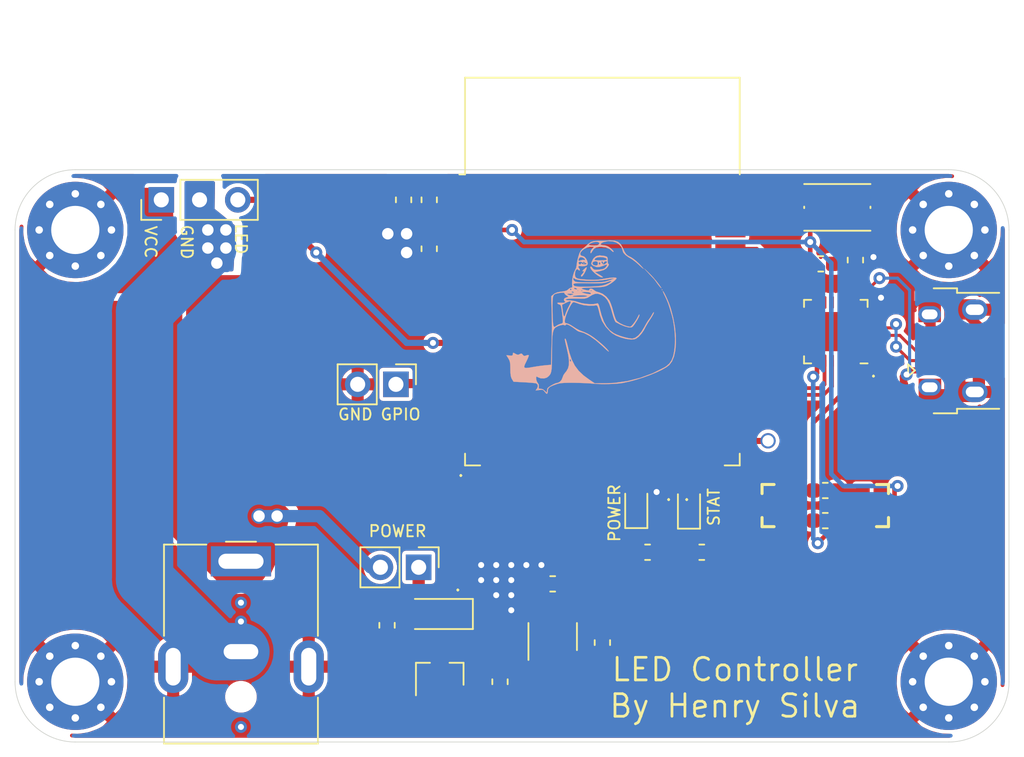
<source format=kicad_pcb>
(kicad_pcb (version 20171130) (host pcbnew "(5.1.6)-1")
  (layers (0 F.Cu mixed) (31 B.Cu mixed) (34 B.Paste user) (35 F.Paste user) (36 B.SilkS user) (37 F.SilkS user) (38 B.Mask user) (39 F.Mask user) (44 Edge.Cuts user))
  (net 0 "")
  (net 1 GND)
  (net 2 +5V)
  (net 3 +3V3)
  (net 4 RESET)
  (net 5 VCC)
  (net 6 "Net-(J1-Pad4)")
  (net 7 D+)
  (net 8 VBUS)
  (net 9 D-)
  (net 10 LED_PIN)
  (net 11 DIAL_PIN)
  (net 12 BUTTON)
  (net 13 GPIO)
  (net 14 BOOT)
  (net 15 DTR)
  (net 16 "Net-(Q2-Pad1)")
  (net 17 "Net-(Q3-Pad1)")
  (net 18 RTS)
  (net 19 "Net-(R2-Pad2)")
  (net 20 "Net-(D2-Pad1)")
  (net 21 "Net-(D3-Pad1)")
  (net 22 "Net-(U1-Pad4)")
  (net 23 "Net-(U2-Pad4)")
  (net 24 "Net-(U2-Pad5)")
  (net 25 "Net-(U2-Pad6)")
  (net 26 "Net-(U2-Pad7)")
  (net 27 "Net-(U2-Pad12)")
  (net 28 "Net-(U2-Pad13)")
  (net 29 "Net-(U2-Pad14)")
  (net 30 "Net-(U2-Pad16)")
  (net 31 "Net-(U2-Pad17)")
  (net 32 "Net-(U2-Pad18)")
  (net 33 "Net-(U2-Pad19)")
  (net 34 "Net-(U2-Pad20)")
  (net 35 "Net-(U2-Pad21)")
  (net 36 "Net-(U2-Pad22)")
  (net 37 "Net-(U2-Pad23)")
  (net 38 STAT)
  (net 39 "Net-(U2-Pad26)")
  (net 40 "Net-(U2-Pad27)")
  (net 41 "Net-(U2-Pad28)")
  (net 42 "Net-(U2-Pad29)")
  (net 43 "Net-(U2-Pad30)")
  (net 44 "Net-(U2-Pad31)")
  (net 45 "Net-(U2-Pad32)")
  (net 46 "Net-(U2-Pad33)")
  (net 47 RXD0)
  (net 48 TXD0)
  (net 49 "Net-(U2-Pad36)")
  (net 50 "Net-(U2-Pad37)")
  (net 51 "Net-(U3-Pad1)")
  (net 52 "Net-(U3-Pad9)")
  (net 53 "Net-(U3-Pad10)")
  (net 54 "Net-(U3-Pad11)")
  (net 55 "Net-(U3-Pad12)")
  (net 56 "Net-(U3-Pad13)")
  (net 57 "Net-(U3-Pad14)")
  (net 58 "Net-(U3-Pad15)")
  (net 59 "Net-(U3-Pad16)")
  (net 60 "Net-(U3-Pad17)")
  (net 61 "Net-(U3-Pad18)")
  (net 62 "Net-(U3-Pad22)")
  (net 63 "Net-(U3-Pad24)")
  (net 64 "Net-(D1-Pad2)")
  (module logos:groyper (layer B.Cu) (at 112.25 51.75 180)
    (fp_text reference G*** hide)
    (fp_text value LOGO hide)
  )
  (module Connector_PinHeader_2.54mm:PinHeader_1x02_P2.54mm_Vertical (layer F.Cu) (at 100.8 68.4 270)
    (fp_text reference J7)
    (fp_text value Conn_01x02)
    (pad 2 thru_hole oval (at 0 2.54 270) (size 1.7 1.7) (drill 1) (layers *.Cu *.Mask) (net 5 VCC))
    (pad 1 thru_hole rect (at 0 0 270) (size 1.7 1.7) (drill 1) (layers *.Cu *.Mask) (net 64 "Net-(D1-Pad2)"))
  )
  (module Package_TO_SOT_SMD:SOT-23-5 (layer F.Cu) (at 109.7 73 90)
    (fp_text reference U1)
    (fp_text value AP2112K-3.3)
    (pad 1 smd rect (at -1.1 -0.95 90) (size 1.06 0.65) (layers F.Cu F.Paste F.Mask) (net 2 +5V))
    (pad 2 smd rect (at -1.1 0 90) (size 1.06 0.65) (layers F.Cu F.Paste F.Mask) (net 1 GND))
    (pad 3 smd rect (at -1.1 0.95 90) (size 1.06 0.65) (layers F.Cu F.Paste F.Mask) (net 19 "Net-(R2-Pad2)"))
    (pad 4 smd rect (at 1.1 0.95 90) (size 1.06 0.65) (layers F.Cu F.Paste F.Mask) (net 22 "Net-(U1-Pad4)"))
    (pad 5 smd rect (at 1.1 -0.95 90) (size 1.06 0.65) (layers F.Cu F.Paste F.Mask) (net 3 +3V3))
  )
  (module Capacitor_SMD:C_0603_1608Metric (layer F.Cu) (at 106.2 76 270)
    (fp_text reference C1)
    (fp_text value 10uF)
    (pad 2 smd roundrect (at 0.7875 0 270) (size 0.875 0.95) (layers F.Cu F.Paste F.Mask) (net 1 GND))
    (pad 1 smd roundrect (at -0.7875 0 270) (size 0.875 0.95) (layers F.Cu F.Paste F.Mask) (net 2 +5V))
  )
  (module Capacitor_SMD:C_0603_1608Metric (layer F.Cu) (at 109.7 69.5)
    (fp_text reference C2)
    (fp_text value 10uF)
    (pad 1 smd roundrect (at -0.7875 0) (size 0.875 0.95) (layers F.Cu F.Paste F.Mask) (net 3 +3V3))
    (pad 2 smd roundrect (at 0.7875 0) (size 0.875 0.95) (layers F.Cu F.Paste F.Mask) (net 1 GND))
  )
  (module Capacitor_SMD:C_0603_1608Metric (layer F.Cu) (at 101.5 44 90)
    (fp_text reference C3)
    (fp_text value 1uF)
    (pad 2 smd roundrect (at 0.7875 0 90) (size 0.875 0.95) (layers F.Cu F.Paste F.Mask) (net 1 GND))
    (pad 1 smd roundrect (at -0.7875 0 90) (size 0.875 0.95) (layers F.Cu F.Paste F.Mask) (net 3 +3V3))
  )
  (module Capacitor_SMD:C_0603_1608Metric (layer F.Cu) (at 99.8 44 90)
    (fp_text reference C4)
    (fp_text value 10uF)
    (pad 1 smd roundrect (at -0.7875 0 90) (size 0.875 0.95) (layers F.Cu F.Paste F.Mask) (net 3 +3V3))
    (pad 2 smd roundrect (at 0.7875 0 90) (size 0.875 0.95) (layers F.Cu F.Paste F.Mask) (net 1 GND))
  )
  (module Capacitor_SMD:C_0603_1608Metric (layer F.Cu) (at 129.8 48 90)
    (fp_text reference C5)
    (fp_text value 10uF)
    (pad 1 smd roundrect (at -0.7875 0 90) (size 0.875 0.95) (layers F.Cu F.Paste F.Mask) (net 3 +3V3))
    (pad 2 smd roundrect (at 0.7875 0 90) (size 0.875 0.95) (layers F.Cu F.Paste F.Mask) (net 1 GND))
  )
  (module Capacitor_SMD:C_0603_1608Metric (layer F.Cu) (at 101.5 47.25 270)
    (fp_text reference C6)
    (fp_text value 1uF)
    (pad 2 smd roundrect (at 0.7875 0 270) (size 0.875 0.95) (layers F.Cu F.Paste F.Mask) (net 1 GND))
    (pad 1 smd roundrect (at -0.7875 0 270) (size 0.875 0.95) (layers F.Cu F.Paste F.Mask) (net 4 RESET))
  )
  (module Diode_SMD:D_SOD-123F (layer F.Cu) (at 102.2 71.5 180)
    (fp_text reference D1)
    (fp_text value MBR120)
    (pad 1 smd rect (at -1.4 0 180) (size 1.1 1.1) (layers F.Cu F.Paste F.Mask) (net 2 +5V))
    (pad 2 smd rect (at 1.4 0 180) (size 1.1 1.1) (layers F.Cu F.Paste F.Mask) (net 64 "Net-(D1-Pad2)"))
  )
  (module LED_SMD:LED_0603_1608Metric (layer F.Cu) (at 115.25 64.3125 90)
    (fp_text reference D2)
    (fp_text value Red)
    (pad 1 smd roundrect (at -0.7875 0 90) (size 0.875 0.95) (layers F.Cu F.Paste F.Mask) (net 20 "Net-(D2-Pad1)"))
    (pad 2 smd roundrect (at 0.7875 0 90) (size 0.875 0.95) (layers F.Cu F.Paste F.Mask) (net 3 +3V3))
  )
  (module LED_SMD:LED_0603_1608Metric (layer F.Cu) (at 118.75 64.35 90)
    (fp_text reference D3)
    (fp_text value Red)
    (pad 2 smd roundrect (at 0.7875 0 90) (size 0.875 0.95) (layers F.Cu F.Paste F.Mask) (net 38 STAT))
    (pad 1 smd roundrect (at -0.7875 0 90) (size 0.875 0.95) (layers F.Cu F.Paste F.Mask) (net 21 "Net-(D3-Pad1)"))
  )
  (module MountingHole:MountingHole_3.2mm_M3_Pad_Via (layer F.Cu) (at 78 46 90)
    (fp_text reference H1)
    (fp_text value MountingHole_Pad)
    (pad 1 thru_hole circle (at 0 0 90) (size 6.4 6.4) (drill 3.2) (layers *.Cu *.Mask) (net 1 GND))
    (pad 1 thru_hole circle (at 2.4 0 90) (size 0.8 0.8) (drill 0.5) (layers *.Cu *.Mask) (net 1 GND))
    (pad 1 thru_hole circle (at 1.697056 1.697056 90) (size 0.8 0.8) (drill 0.5) (layers *.Cu *.Mask) (net 1 GND))
    (pad 1 thru_hole circle (at 0 2.4 90) (size 0.8 0.8) (drill 0.5) (layers *.Cu *.Mask) (net 1 GND))
    (pad 1 thru_hole circle (at -1.697056 1.697056 90) (size 0.8 0.8) (drill 0.5) (layers *.Cu *.Mask) (net 1 GND))
    (pad 1 thru_hole circle (at -2.4 0 90) (size 0.8 0.8) (drill 0.5) (layers *.Cu *.Mask) (net 1 GND))
    (pad 1 thru_hole circle (at -1.697056 -1.697056 90) (size 0.8 0.8) (drill 0.5) (layers *.Cu *.Mask) (net 1 GND))
    (pad 1 thru_hole circle (at 0 -2.4 90) (size 0.8 0.8) (drill 0.5) (layers *.Cu *.Mask) (net 1 GND))
    (pad 1 thru_hole circle (at 1.697056 -1.697056 90) (size 0.8 0.8) (drill 0.5) (layers *.Cu *.Mask) (net 1 GND))
  )
  (module MountingHole:MountingHole_3.2mm_M3_Pad_Via (layer F.Cu) (at 78 76 90)
    (fp_text reference H2)
    (fp_text value MountingHole_Pad)
    (pad 1 thru_hole circle (at 1.697056 -1.697056 90) (size 0.8 0.8) (drill 0.5) (layers *.Cu *.Mask) (net 1 GND))
    (pad 1 thru_hole circle (at 0 -2.4 90) (size 0.8 0.8) (drill 0.5) (layers *.Cu *.Mask) (net 1 GND))
    (pad 1 thru_hole circle (at -1.697056 -1.697056 90) (size 0.8 0.8) (drill 0.5) (layers *.Cu *.Mask) (net 1 GND))
    (pad 1 thru_hole circle (at -2.4 0 90) (size 0.8 0.8) (drill 0.5) (layers *.Cu *.Mask) (net 1 GND))
    (pad 1 thru_hole circle (at -1.697056 1.697056 90) (size 0.8 0.8) (drill 0.5) (layers *.Cu *.Mask) (net 1 GND))
    (pad 1 thru_hole circle (at 0 2.4 90) (size 0.8 0.8) (drill 0.5) (layers *.Cu *.Mask) (net 1 GND))
    (pad 1 thru_hole circle (at 1.697056 1.697056 90) (size 0.8 0.8) (drill 0.5) (layers *.Cu *.Mask) (net 1 GND))
    (pad 1 thru_hole circle (at 2.4 0 90) (size 0.8 0.8) (drill 0.5) (layers *.Cu *.Mask) (net 1 GND))
    (pad 1 thru_hole circle (at 0 0 90) (size 6.4 6.4) (drill 3.2) (layers *.Cu *.Mask) (net 1 GND))
  )
  (module MountingHole:MountingHole_3.2mm_M3_Pad_Via (layer F.Cu) (at 136 46 90)
    (fp_text reference H3)
    (fp_text value MountingHole_Pad)
    (pad 1 thru_hole circle (at 0 0 90) (size 6.4 6.4) (drill 3.2) (layers *.Cu *.Mask) (net 1 GND))
    (pad 1 thru_hole circle (at 2.4 0 90) (size 0.8 0.8) (drill 0.5) (layers *.Cu *.Mask) (net 1 GND))
    (pad 1 thru_hole circle (at 1.697056 1.697056 90) (size 0.8 0.8) (drill 0.5) (layers *.Cu *.Mask) (net 1 GND))
    (pad 1 thru_hole circle (at 0 2.4 90) (size 0.8 0.8) (drill 0.5) (layers *.Cu *.Mask) (net 1 GND))
    (pad 1 thru_hole circle (at -1.697056 1.697056 90) (size 0.8 0.8) (drill 0.5) (layers *.Cu *.Mask) (net 1 GND))
    (pad 1 thru_hole circle (at -2.4 0 90) (size 0.8 0.8) (drill 0.5) (layers *.Cu *.Mask) (net 1 GND))
    (pad 1 thru_hole circle (at -1.697056 -1.697056 90) (size 0.8 0.8) (drill 0.5) (layers *.Cu *.Mask) (net 1 GND))
    (pad 1 thru_hole circle (at 0 -2.4 90) (size 0.8 0.8) (drill 0.5) (layers *.Cu *.Mask) (net 1 GND))
    (pad 1 thru_hole circle (at 1.697056 -1.697056 90) (size 0.8 0.8) (drill 0.5) (layers *.Cu *.Mask) (net 1 GND))
  )
  (module MountingHole:MountingHole_3.2mm_M3_Pad_Via (layer F.Cu) (at 136 76 90)
    (fp_text reference H4)
    (fp_text value MountingHole_Pad)
    (pad 1 thru_hole circle (at 1.697056 -1.697056 90) (size 0.8 0.8) (drill 0.5) (layers *.Cu *.Mask) (net 1 GND))
    (pad 1 thru_hole circle (at 0 -2.4 90) (size 0.8 0.8) (drill 0.5) (layers *.Cu *.Mask) (net 1 GND))
    (pad 1 thru_hole circle (at -1.697056 -1.697056 90) (size 0.8 0.8) (drill 0.5) (layers *.Cu *.Mask) (net 1 GND))
    (pad 1 thru_hole circle (at -2.4 0 90) (size 0.8 0.8) (drill 0.5) (layers *.Cu *.Mask) (net 1 GND))
    (pad 1 thru_hole circle (at -1.697056 1.697056 90) (size 0.8 0.8) (drill 0.5) (layers *.Cu *.Mask) (net 1 GND))
    (pad 1 thru_hole circle (at 0 2.4 90) (size 0.8 0.8) (drill 0.5) (layers *.Cu *.Mask) (net 1 GND))
    (pad 1 thru_hole circle (at 1.697056 1.697056 90) (size 0.8 0.8) (drill 0.5) (layers *.Cu *.Mask) (net 1 GND))
    (pad 1 thru_hole circle (at 2.4 0 90) (size 0.8 0.8) (drill 0.5) (layers *.Cu *.Mask) (net 1 GND))
    (pad 1 thru_hole circle (at 0 0 90) (size 6.4 6.4) (drill 3.2) (layers *.Cu *.Mask) (net 1 GND))
  )
  (module Connector_USB:USB_Micro-B_Amphenol_10103594-0001LF_Horizontal (layer F.Cu) (at 136.615 54 90)
    (fp_text reference J1)
    (fp_text value USB_B_Micro)
    (pad 6 smd rect (at 2.725 0.185 90) (size 1.35 2) (layers F.Cu F.Paste F.Mask) (net 1 GND))
    (pad 6 smd rect (at -2.755 0.185 90) (size 1.35 2) (layers F.Cu F.Paste F.Mask) (net 1 GND))
    (pad 6 smd rect (at -2.975 -0.565 90) (size 1.825 0.7) (layers F.Cu F.Paste F.Mask) (net 1 GND))
    (pad 6 smd rect (at 2.975 -0.565 90) (size 1.825 0.7) (layers F.Cu F.Paste F.Mask) (net 1 GND))
    (pad 6 smd rect (at -2.875 -1.865 90) (size 2 1.5) (layers F.Cu F.Paste F.Mask) (net 1 GND))
    (pad 6 smd rect (at 2.875 -1.885 90) (size 2 1.5) (layers F.Cu F.Paste F.Mask) (net 1 GND))
    (pad 1 smd rect (at -1.325 -1.765 180) (size 1.65 0.4) (layers F.Cu F.Paste F.Mask) (net 8 VBUS))
    (pad 2 smd rect (at -0.675 -1.765 180) (size 1.65 0.4) (layers F.Cu F.Paste F.Mask) (net 9 D-))
    (pad 3 smd rect (at -0.025 -1.765 180) (size 1.65 0.4) (layers F.Cu F.Paste F.Mask) (net 7 D+))
    (pad 4 smd rect (at 0.625 -1.765 180) (size 1.65 0.4) (layers F.Cu F.Paste F.Mask) (net 6 "Net-(J1-Pad4)"))
    (pad 5 smd rect (at 1.275 -1.765 180) (size 1.65 0.4) (layers F.Cu F.Paste F.Mask) (net 1 GND))
    (pad 6 thru_hole oval (at -2.445 -1.885 180) (size 1.5 1.1) (drill oval 1.05 0.65) (layers *.Cu *.Mask) (net 1 GND))
    (pad 6 thru_hole oval (at 2.395 -1.885 180) (size 1.5 1.1) (drill oval 1.05 0.65) (layers *.Cu *.Mask) (net 1 GND))
    (pad 6 thru_hole oval (at -2.755 1.115 180) (size 1.7 1.35) (drill oval 1.2 0.7) (layers *.Cu *.Mask) (net 1 GND))
    (pad 6 thru_hole oval (at 2.705 1.115 180) (size 1.7 1.35) (drill oval 1.2 0.7) (layers *.Cu *.Mask) (net 1 GND))
    (pad 6 smd rect (at -0.985 1.385 180) (size 2.5 1.43) (layers F.Cu F.Paste F.Mask) (net 1 GND))
    (pad 6 smd rect (at 0.935 1.385 180) (size 2.5 1.43) (layers F.Cu F.Paste F.Mask) (net 1 GND))
  )
  (module Connector_BarrelJack:BarrelJack_CUI_PJ-063AH_Horizontal (layer F.Cu) (at 89 68)
    (fp_text reference J2)
    (fp_text value Barrel_Jack_MountingPin)
    (pad 1 thru_hole rect (at 0 0) (size 4 2) (drill oval 3 1) (layers *.Cu *.Mask) (net 5 VCC))
    (pad 2 thru_hole oval (at 0 6) (size 3.3 2) (drill oval 2.3 1) (layers *.Cu *.Mask) (net 1 GND))
    (pad MP thru_hole oval (at -4.5 7) (size 2 3.5) (drill oval 1 2.5) (layers *.Cu *.Mask) (net 1 GND))
    (pad MP thru_hole oval (at 4.5 7) (size 2 3.5) (drill oval 1 2.5) (layers *.Cu *.Mask) (net 1 GND))
    (pad "" np_thru_hole circle (at 0 9) (size 1.6 1.6) (drill 1.6) (layers *.Cu *.Mask))
  )
  (module Connector_PinHeader_2.54mm:PinHeader_1x03_P2.54mm_Vertical (layer F.Cu) (at 83.71 44 90)
    (fp_text reference J3)
    (fp_text value Conn_01x03)
    (pad 1 thru_hole rect (at 0 0 90) (size 1.7 1.7) (drill 1) (layers *.Cu *.Mask) (net 5 VCC))
    (pad 2 thru_hole oval (at 0 2.54 90) (size 1.7 1.7) (drill 1) (layers *.Cu *.Mask) (net 1 GND))
    (pad 3 thru_hole oval (at 0 5.08 90) (size 1.7 1.7) (drill 1) (layers *.Cu *.Mask) (net 10 LED_PIN))
  )
  (module Connector_PinHeader_2.54mm:PinHeader_1x02_P2.54mm_Vertical (layer F.Cu) (at 99.29 56.25 270)
    (fp_text reference J6)
    (fp_text value Conn_01x02)
    (pad 2 thru_hole oval (at 0 2.54 270) (size 1.7 1.7) (drill 1) (layers *.Cu *.Mask) (net 1 GND))
    (pad 1 thru_hole rect (at 0 0 270) (size 1.7 1.7) (drill 1) (layers *.Cu *.Mask) (net 13 GPIO))
  )
  (module Package_TO_SOT_SMD:SOT-23 (layer F.Cu) (at 102.2 75.5 90)
    (fp_text reference Q1)
    (fp_text value DMG2301L)
    (pad 1 smd rect (at -1 -0.95 90) (size 0.9 0.8) (layers F.Cu F.Paste F.Mask) (net 64 "Net-(D1-Pad2)"))
    (pad 2 smd rect (at -1 0.95 90) (size 0.9 0.8) (layers F.Cu F.Paste F.Mask) (net 2 +5V))
    (pad 3 smd rect (at 1 0 90) (size 0.9 0.8) (layers F.Cu F.Paste F.Mask) (net 8 VBUS))
  )
  (module Silicon-Standard:SOT23-3 (layer F.Cu) (at 124.3 64.3 90)
    (fp_text reference Q2)
    (fp_text value TRANS_NPN-MMBT2222AL)
    (pad 3 smd rect (at 0 -1.09982 90) (size 0.79756 0.89916) (layers F.Cu F.Paste F.Mask) (net 14 BOOT))
    (pad 2 smd rect (at 0.94996 0.99822 90) (size 0.79756 0.89916) (layers F.Cu F.Paste F.Mask) (net 15 DTR))
    (pad 1 smd rect (at -0.94996 0.99822 90) (size 0.79756 0.89916) (layers F.Cu F.Paste F.Mask) (net 16 "Net-(Q2-Pad1)"))
  )
  (module Silicon-Standard:SOT23-3 (layer F.Cu) (at 131.3 64.3 270)
    (fp_text reference Q3)
    (fp_text value TRANS_NPN-MMBT2222AL)
    (pad 1 smd rect (at -0.94996 0.99822 270) (size 0.79756 0.89916) (layers F.Cu F.Paste F.Mask) (net 17 "Net-(Q3-Pad1)"))
    (pad 2 smd rect (at 0.94996 0.99822 270) (size 0.79756 0.89916) (layers F.Cu F.Paste F.Mask) (net 18 RTS))
    (pad 3 smd rect (at 0 -1.09982 270) (size 0.79756 0.89916) (layers F.Cu F.Paste F.Mask) (net 4 RESET))
  )
  (module Resistor_SMD:R_0603_1608Metric (layer F.Cu) (at 98.7 72.25 270)
    (fp_text reference R1)
    (fp_text value 100K)
    (pad 2 smd roundrect (at 0.7875 0 270) (size 0.875 0.95) (layers F.Cu F.Paste F.Mask) (net 1 GND))
    (pad 1 smd roundrect (at -0.7875 0 270) (size 0.875 0.95) (layers F.Cu F.Paste F.Mask) (net 64 "Net-(D1-Pad2)"))
  )
  (module Resistor_SMD:R_0603_1608Metric (layer F.Cu) (at 113 73.4 270)
    (fp_text reference R2)
    (fp_text value 100K)
    (pad 1 smd roundrect (at -0.7875 0 270) (size 0.875 0.95) (layers F.Cu F.Paste F.Mask) (net 2 +5V))
    (pad 2 smd roundrect (at 0.7875 0 270) (size 0.875 0.95) (layers F.Cu F.Paste F.Mask) (net 19 "Net-(R2-Pad2)"))
  )
  (module Resistor_SMD:R_0603_1608Metric (layer F.Cu) (at 116 67.4)
    (fp_text reference R3)
    (fp_text value 100K)
    (pad 2 smd roundrect (at 0.7875 0) (size 0.875 0.95) (layers F.Cu F.Paste F.Mask) (net 1 GND))
    (pad 1 smd roundrect (at -0.7875 0) (size 0.875 0.95) (layers F.Cu F.Paste F.Mask) (net 20 "Net-(D2-Pad1)"))
  )
  (module Resistor_SMD:R_0603_1608Metric (layer F.Cu) (at 119.6 67.4)
    (fp_text reference R4)
    (fp_text value 100K)
    (pad 1 smd roundrect (at -0.7875 0) (size 0.875 0.95) (layers F.Cu F.Paste F.Mask) (net 21 "Net-(D3-Pad1)"))
    (pad 2 smd roundrect (at 0.7875 0) (size 0.875 0.95) (layers F.Cu F.Paste F.Mask) (net 1 GND))
  )
  (module Resistor_SMD:R_0603_1608Metric (layer F.Cu) (at 127.5 48.25 180)
    (fp_text reference R6)
    (fp_text value 10K)
    (pad 2 smd roundrect (at 0.7875 0 180) (size 0.875 0.95) (layers F.Cu F.Paste F.Mask) (net 4 RESET))
    (pad 1 smd roundrect (at -0.7875 0 180) (size 0.875 0.95) (layers F.Cu F.Paste F.Mask) (net 3 +3V3))
  )
  (module Resistor_SMD:R_0603_1608Metric (layer F.Cu) (at 127.8 65.3)
    (fp_text reference R7)
    (fp_text value 10K)
    (pad 1 smd roundrect (at -0.7875 0) (size 0.875 0.95) (layers F.Cu F.Paste F.Mask) (net 16 "Net-(Q2-Pad1)"))
    (pad 2 smd roundrect (at 0.7875 0) (size 0.875 0.95) (layers F.Cu F.Paste F.Mask) (net 18 RTS))
  )
  (module Resistor_SMD:R_0603_1608Metric (layer F.Cu) (at 127.8 63.3 180)
    (fp_text reference R8)
    (fp_text value 10K)
    (pad 2 smd roundrect (at 0.7875 0 180) (size 0.875 0.95) (layers F.Cu F.Paste F.Mask) (net 15 DTR))
    (pad 1 smd roundrect (at -0.7875 0 180) (size 0.875 0.95) (layers F.Cu F.Paste F.Mask) (net 17 "Net-(Q3-Pad1)"))
  )
  (module Button_Switch_SMD:SW_Push_1P1T_NO_CK_KMR2 (layer F.Cu) (at 128.6 44.5 180)
    (fp_text reference SW1)
    (fp_text value KMR2)
    (pad 1 smd rect (at -2.05 -0.8 180) (size 0.9 1) (layers F.Cu F.Paste F.Mask) (net 4 RESET))
    (pad 2 smd rect (at -2.05 0.8 180) (size 0.9 1) (layers F.Cu F.Paste F.Mask) (net 1 GND))
    (pad 1 smd rect (at 2.05 -0.8 180) (size 0.9 1) (layers F.Cu F.Paste F.Mask) (net 4 RESET))
    (pad 2 smd rect (at 2.05 0.8 180) (size 0.9 1) (layers F.Cu F.Paste F.Mask) (net 1 GND))
  )
  (module RF_Module:ESP32-WROOM-32 (layer F.Cu) (at 113 51.755)
    (fp_text reference U2)
    (fp_text value ESP32-WROOM-32D)
    (pad 39 smd rect (at -1 -0.755) (size 5 5) (layers F.Cu F.Paste F.Mask) (net 1 GND))
    (pad 1 smd rect (at -8.5 -8.255) (size 2 0.9) (layers F.Cu F.Paste F.Mask) (net 1 GND))
    (pad 2 smd rect (at -8.5 -6.985) (size 2 0.9) (layers F.Cu F.Paste F.Mask) (net 3 +3V3))
    (pad 3 smd rect (at -8.5 -5.715) (size 2 0.9) (layers F.Cu F.Paste F.Mask) (net 4 RESET))
    (pad 4 smd rect (at -8.5 -4.445) (size 2 0.9) (layers F.Cu F.Paste F.Mask) (net 23 "Net-(U2-Pad4)"))
    (pad 5 smd rect (at -8.5 -3.175) (size 2 0.9) (layers F.Cu F.Paste F.Mask) (net 24 "Net-(U2-Pad5)"))
    (pad 6 smd rect (at -8.5 -1.905) (size 2 0.9) (layers F.Cu F.Paste F.Mask) (net 25 "Net-(U2-Pad6)"))
    (pad 7 smd rect (at -8.5 -0.635) (size 2 0.9) (layers F.Cu F.Paste F.Mask) (net 26 "Net-(U2-Pad7)"))
    (pad 8 smd rect (at -8.5 0.635) (size 2 0.9) (layers F.Cu F.Paste F.Mask) (net 11 DIAL_PIN))
    (pad 9 smd rect (at -8.5 1.905) (size 2 0.9) (layers F.Cu F.Paste F.Mask) (net 10 LED_PIN))
    (pad 10 smd rect (at -8.5 3.175) (size 2 0.9) (layers F.Cu F.Paste F.Mask) (net 12 BUTTON))
    (pad 11 smd rect (at -8.5 4.445) (size 2 0.9) (layers F.Cu F.Paste F.Mask) (net 13 GPIO))
    (pad 12 smd rect (at -8.5 5.715) (size 2 0.9) (layers F.Cu F.Paste F.Mask) (net 27 "Net-(U2-Pad12)"))
    (pad 13 smd rect (at -8.5 6.985) (size 2 0.9) (layers F.Cu F.Paste F.Mask) (net 28 "Net-(U2-Pad13)"))
    (pad 14 smd rect (at -8.5 8.255) (size 2 0.9) (layers F.Cu F.Paste F.Mask) (net 29 "Net-(U2-Pad14)"))
    (pad 15 smd rect (at -5.715 9.255 90) (size 2 0.9) (layers F.Cu F.Paste F.Mask) (net 1 GND))
    (pad 16 smd rect (at -4.445 9.255 90) (size 2 0.9) (layers F.Cu F.Paste F.Mask) (net 30 "Net-(U2-Pad16)"))
    (pad 17 smd rect (at -3.175 9.255 90) (size 2 0.9) (layers F.Cu F.Paste F.Mask) (net 31 "Net-(U2-Pad17)"))
    (pad 18 smd rect (at -1.905 9.255 90) (size 2 0.9) (layers F.Cu F.Paste F.Mask) (net 32 "Net-(U2-Pad18)"))
    (pad 19 smd rect (at -0.635 9.255 90) (size 2 0.9) (layers F.Cu F.Paste F.Mask) (net 33 "Net-(U2-Pad19)"))
    (pad 20 smd rect (at 0.635 9.255 90) (size 2 0.9) (layers F.Cu F.Paste F.Mask) (net 34 "Net-(U2-Pad20)"))
    (pad 21 smd rect (at 1.905 9.255 90) (size 2 0.9) (layers F.Cu F.Paste F.Mask) (net 35 "Net-(U2-Pad21)"))
    (pad 22 smd rect (at 3.175 9.255 90) (size 2 0.9) (layers F.Cu F.Paste F.Mask) (net 36 "Net-(U2-Pad22)"))
    (pad 23 smd rect (at 4.445 9.255 90) (size 2 0.9) (layers F.Cu F.Paste F.Mask) (net 37 "Net-(U2-Pad23)"))
    (pad 24 smd rect (at 5.715 9.255 90) (size 2 0.9) (layers F.Cu F.Paste F.Mask) (net 38 STAT))
    (pad 25 smd rect (at 8.5 8.255) (size 2 0.9) (layers F.Cu F.Paste F.Mask) (net 14 BOOT))
    (pad 26 smd rect (at 8.5 6.985) (size 2 0.9) (layers F.Cu F.Paste F.Mask) (net 39 "Net-(U2-Pad26)"))
    (pad 27 smd rect (at 8.5 5.715) (size 2 0.9) (layers F.Cu F.Paste F.Mask) (net 40 "Net-(U2-Pad27)"))
    (pad 28 smd rect (at 8.5 4.445) (size 2 0.9) (layers F.Cu F.Paste F.Mask) (net 41 "Net-(U2-Pad28)"))
    (pad 29 smd rect (at 8.5 3.175) (size 2 0.9) (layers F.Cu F.Paste F.Mask) (net 42 "Net-(U2-Pad29)"))
    (pad 30 smd rect (at 8.5 1.905) (size 2 0.9) (layers F.Cu F.Paste F.Mask) (net 43 "Net-(U2-Pad30)"))
    (pad 31 smd rect (at 8.5 0.635) (size 2 0.9) (layers F.Cu F.Paste F.Mask) (net 44 "Net-(U2-Pad31)"))
    (pad 32 smd rect (at 8.5 -0.635) (size 2 0.9) (layers F.Cu F.Paste F.Mask) (net 45 "Net-(U2-Pad32)"))
    (pad 33 smd rect (at 8.5 -1.905) (size 2 0.9) (layers F.Cu F.Paste F.Mask) (net 46 "Net-(U2-Pad33)"))
    (pad 34 smd rect (at 8.5 -3.175) (size 2 0.9) (layers F.Cu F.Paste F.Mask) (net 47 RXD0))
    (pad 35 smd rect (at 8.5 -4.445) (size 2 0.9) (layers F.Cu F.Paste F.Mask) (net 48 TXD0))
    (pad 36 smd rect (at 8.5 -5.715) (size 2 0.9) (layers F.Cu F.Paste F.Mask) (net 49 "Net-(U2-Pad36)"))
    (pad 37 smd rect (at 8.5 -6.985) (size 2 0.9) (layers F.Cu F.Paste F.Mask) (net 50 "Net-(U2-Pad37)"))
    (pad 38 smd rect (at 8.5 -8.255) (size 2 0.9) (layers F.Cu F.Paste F.Mask) (net 1 GND))
  )
  (module Package_DFN_QFN:QFN-24-1EP_4x4mm_P0.5mm_EP2.6x2.6mm (layer F.Cu) (at 128.5 52.75 180)
    (fp_text reference U3)
    (fp_text value CP2104)
    (pad 1 smd roundrect (at -1.9375 -1.25 180) (size 0.825 0.25) (layers F.Cu F.Paste F.Mask) (net 51 "Net-(U3-Pad1)"))
    (pad 2 smd roundrect (at -1.9375 -0.75 180) (size 0.825 0.25) (layers F.Cu F.Paste F.Mask) (net 1 GND))
    (pad 3 smd roundrect (at -1.9375 -0.25 180) (size 0.825 0.25) (layers F.Cu F.Paste F.Mask) (net 7 D+))
    (pad 4 smd roundrect (at -1.9375 0.25 180) (size 0.825 0.25) (layers F.Cu F.Paste F.Mask) (net 9 D-))
    (pad 5 smd roundrect (at -1.9375 0.75 180) (size 0.825 0.25) (layers F.Cu F.Paste F.Mask) (net 3 +3V3))
    (pad 6 smd roundrect (at -1.9375 1.25 180) (size 0.825 0.25) (layers F.Cu F.Paste F.Mask) (net 3 +3V3))
    (pad 7 smd roundrect (at -1.25 1.9375 180) (size 0.25 0.825) (layers F.Cu F.Paste F.Mask) (net 3 +3V3))
    (pad 8 smd roundrect (at -0.75 1.9375 180) (size 0.25 0.825) (layers F.Cu F.Paste F.Mask) (net 8 VBUS))
    (pad 9 smd roundrect (at -0.25 1.9375 180) (size 0.25 0.825) (layers F.Cu F.Paste F.Mask) (net 52 "Net-(U3-Pad9)"))
    (pad 10 smd roundrect (at 0.25 1.9375 180) (size 0.25 0.825) (layers F.Cu F.Paste F.Mask) (net 53 "Net-(U3-Pad10)"))
    (pad 11 smd roundrect (at 0.75 1.9375 180) (size 0.25 0.825) (layers F.Cu F.Paste F.Mask) (net 54 "Net-(U3-Pad11)"))
    (pad 12 smd roundrect (at 1.25 1.9375 180) (size 0.25 0.825) (layers F.Cu F.Paste F.Mask) (net 55 "Net-(U3-Pad12)"))
    (pad 13 smd roundrect (at 1.9375 1.25 180) (size 0.825 0.25) (layers F.Cu F.Paste F.Mask) (net 56 "Net-(U3-Pad13)"))
    (pad 14 smd roundrect (at 1.9375 0.75 180) (size 0.825 0.25) (layers F.Cu F.Paste F.Mask) (net 57 "Net-(U3-Pad14)"))
    (pad 15 smd roundrect (at 1.9375 0.25 180) (size 0.825 0.25) (layers F.Cu F.Paste F.Mask) (net 58 "Net-(U3-Pad15)"))
    (pad 16 smd roundrect (at 1.9375 -0.25 180) (size 0.825 0.25) (layers F.Cu F.Paste F.Mask) (net 59 "Net-(U3-Pad16)"))
    (pad 17 smd roundrect (at 1.9375 -0.75 180) (size 0.825 0.25) (layers F.Cu F.Paste F.Mask) (net 60 "Net-(U3-Pad17)"))
    (pad 18 smd roundrect (at 1.9375 -1.25 180) (size 0.825 0.25) (layers F.Cu F.Paste F.Mask) (net 61 "Net-(U3-Pad18)"))
    (pad 19 smd roundrect (at 1.25 -1.9375 180) (size 0.25 0.825) (layers F.Cu F.Paste F.Mask) (net 18 RTS))
    (pad 20 smd roundrect (at 0.75 -1.9375 180) (size 0.25 0.825) (layers F.Cu F.Paste F.Mask) (net 48 TXD0))
    (pad 21 smd roundrect (at 0.25 -1.9375 180) (size 0.25 0.825) (layers F.Cu F.Paste F.Mask) (net 47 RXD0))
    (pad 22 smd roundrect (at -0.25 -1.9375 180) (size 0.25 0.825) (layers F.Cu F.Paste F.Mask) (net 62 "Net-(U3-Pad22)"))
    (pad 23 smd roundrect (at -0.75 -1.9375 180) (size 0.25 0.825) (layers F.Cu F.Paste F.Mask) (net 15 DTR))
    (pad 24 smd roundrect (at -1.25 -1.9375 180) (size 0.25 0.825) (layers F.Cu F.Paste F.Mask) (net 63 "Net-(U3-Pad24)"))
    (pad 25 smd rect (at 0 0 180) (size 2.6 2.6) (layers F.Cu F.Mask) (net 1 GND))
  )
  (gr_text POWER (at 99.4 66) (layer F.SilkS) (effects (font (size 0.75 0.75) (thickness 0.12))))
  (gr_text "LED Controller\nBy Henry Silva" (at 121.8 76.4) (layer F.SilkS) (effects (font (size 1.5 1.5) (thickness 0.18))))
  (gr_text . (at 117.4 63.6) (layer F.SilkS) (effects (font (size 0.75 0.75) (thickness 0.12))))
  (gr_text . (at 118.6 63.6) (layer F.SilkS) (effects (font (size 0.75 0.75) (thickness 0.12))))
  (gr_text STAT (at 120.4 64.4 90) (layer F.SilkS) (effects (font (size 0.75 0.75) (thickness 0.12))))
  (gr_text POWER (at 113.8 64.8 90) (layer F.SilkS) (effects (font (size 0.75 0.75) (thickness 0.12))))
  (gr_text . (at 103.4 69.6) (layer F.SilkS) (effects (font (size 0.75 0.75) (thickness 0.12))))
  (gr_text . (at 103.6 62) (layer F.SilkS) (effects (font (size 0.75 0.75) (thickness 0.12))))
  (gr_text . (at 131 55.4) (layer F.SilkS) (effects (font (size 0.75 0.75) (thickness 0.12))))
  (gr_text LED (at 89 46.6 270) (layer F.SilkS) (effects (font (size 0.75 0.75) (thickness 0.12))))
  (gr_text GND (at 85.4 46.8 270) (layer F.SilkS) (effects (font (size 0.75 0.75) (thickness 0.12))))
  (gr_text VCC (at 83 46.8 270) (layer F.SilkS) (effects (font (size 0.75 0.75) (thickness 0.12))))
  (gr_text GPIO (at 99.6 58.25) (layer F.SilkS) (effects (font (size 0.75 0.75) (thickness 0.12))))
  (gr_text GND (at 96.6 58.25) (layer F.SilkS) (effects (font (size 0.75 0.75) (thickness 0.12))))
  (gr_arc (start 78 46) (end 78 42) (angle -90) (layer Edge.Cuts) (width 0.05))
  (gr_arc (start 78 76) (end 74 76) (angle -90) (layer Edge.Cuts) (width 0.05))
  (gr_arc (start 136 76) (end 136 80) (angle -90) (layer Edge.Cuts) (width 0.05))
  (gr_arc (start 136 46) (end 140 46) (angle -90) (layer Edge.Cuts) (width 0.05))
  (gr_line (start 136 80) (end 78 80) (layer Edge.Cuts) (width 0.05))
  (gr_line (start 140 46) (end 140 76) (layer Edge.Cuts) (width 0.05))
  (gr_line (start 78 42) (end 136 42) (layer Edge.Cuts) (width 0.05))
  (gr_line (start 74 76) (end 74 46) (layer Edge.Cuts) (width 0.05))
  (segment (start 109.7 74.1) (end 109.7 75.9) (width 0.8128) (layer F.Cu) (net 1))
  (segment (start 133.6186 52.725) (end 133.5 52.6064) (width 0.4064) (layer F.Cu) (net 1))
  (segment (start 134.85 52.725) (end 133.6186 52.725) (width 0.4064) (layer F.Cu) (net 1))
  (segment (start 133.5 52.6064) (end 133.5 51.5) (width 0.4064) (layer F.Cu) (net 1))
  (segment (start 133.5 51.5) (end 133.25 51.25) (width 0.4064) (layer F.Cu) (net 1))
  (segment (start 133.25 51.25) (end 133.25 51) (width 0.4064) (layer F.Cu) (net 1))
  (segment (start 121.5 43.5) (end 126.3 43.5) (width 0.6096) (layer F.Cu) (net 1))
  (segment (start 126.3 43.5) (end 126.6 43.8) (width 0.6096) (layer F.Cu) (net 1))
  (segment (start 126.6 43.8) (end 131.8 43.8) (width 0.6096) (layer F.Cu) (net 1))
  (segment (start 130.936772 53.5) (end 131.6 54.163228) (width 0.3048) (layer F.Cu) (net 1))
  (segment (start 130.4375 53.5) (end 130.936772 53.5) (width 0.3048) (layer F.Cu) (net 1))
  (segment (start 131.6 54.163228) (end 131.6 54.6) (width 0.3048) (layer F.Cu) (net 1))
  (segment (start 130.4375 53.5) (end 129.5 53.5) (width 0.3048) (layer F.Cu) (net 1))
  (segment (start 129.5 53.5) (end 129 53) (width 0.3048) (layer F.Cu) (net 1))
  (segment (start 129.8 47.2125) (end 129.9875 47.2125) (width 0.3048) (layer F.Cu) (net 1))
  (segment (start 129.9875 47.2125) (end 130.6 46.6) (width 0.3048) (layer F.Cu) (net 1))
  (via (at 86.8 46) (size 1.016) (drill 0.762) (layers F.Cu B.Cu) (net 1))
  (via (at 88 47.2) (size 1.016) (drill 0.762) (layers F.Cu B.Cu) (net 1))
  (via (at 86.8 47.2) (size 1.016) (drill 0.762) (layers F.Cu B.Cu) (net 1))
  (segment (start 86.8 47.2) (end 82.6 51.4) (width 3.81) (layer B.Cu) (net 1))
  (segment (start 82.6 51.4) (end 82.6 69.2) (width 3.81) (layer B.Cu) (net 1))
  (via (at 87.4 48.2) (size 1.016) (drill 0.762) (layers F.Cu B.Cu) (net 1))
  (segment (start 134.75 56.875) (end 136.125 56.875) (width 0.6096) (layer F.Cu) (net 1))
  (segment (start 136.125 56.875) (end 136.2 56.8) (width 0.6096) (layer F.Cu) (net 1))
  (segment (start 136.8 56.755) (end 136.8 55.4) (width 0.6096) (layer F.Cu) (net 1))
  (segment (start 136.8 55.4) (end 137 55.2) (width 0.6096) (layer F.Cu) (net 1))
  (segment (start 138 53.065) (end 138 52.4) (width 0.6096) (layer F.Cu) (net 1))
  (segment (start 138 52.4) (end 136.8 51.2) (width 0.6096) (layer F.Cu) (net 1))
  (segment (start 121.5 43.5) (end 121.5 43.1) (width 0.8128) (layer F.Cu) (net 1))
  (segment (start 121.5 43.1) (end 121.4 43.2) (width 0.8128) (layer F.Cu) (net 1))
  (segment (start 121.4 43.2) (end 120.4 43.2) (width 0.8128) (layer F.Cu) (net 1))
  (segment (start 120.4 43.2) (end 122.6 43.2) (width 0.8128) (layer F.Cu) (net 1))
  (segment (start 104.5 43.5) (end 104.1 43.5) (width 0.8128) (layer F.Cu) (net 1))
  (segment (start 104.1 43.5) (end 103.6 43) (width 0.8128) (layer F.Cu) (net 1))
  (segment (start 103.6 43) (end 105.4 43) (width 0.8128) (layer F.Cu) (net 1))
  (segment (start 121.3 43.5) (end 121.086401 43.713599) (width 0.8128) (layer F.Cu) (net 1))
  (segment (start 121.5 43.5) (end 121.3 43.5) (width 0.8128) (layer F.Cu) (net 1))
  (segment (start 121.086401 43.713599) (end 120.2 43.713599) (width 0.8128) (layer F.Cu) (net 1))
  (segment (start 120.2 43.713599) (end 122.8 43.713599) (width 0.8128) (layer F.Cu) (net 1))
  (segment (start 104.5 43.5) (end 105.9 43.5) (width 0.8128) (layer F.Cu) (net 1))
  (segment (start 105.9 43.5) (end 105.8 43.6) (width 0.8128) (layer F.Cu) (net 1))
  (segment (start 105.8 43.6) (end 103.2 43.6) (width 0.8128) (layer F.Cu) (net 1))
  (segment (start 107.285 61.01) (end 107.01 61.01) (width 0.8128) (layer F.Cu) (net 1))
  (segment (start 107.01 61.01) (end 106.8 60.8) (width 0.8128) (layer F.Cu) (net 1))
  (segment (start 106.8 60.8) (end 106.8 60) (width 0.8128) (layer F.Cu) (net 1))
  (segment (start 106.8 60) (end 106.8 62) (width 0.8128) (layer F.Cu) (net 1))
  (segment (start 107.285 60.315) (end 107.498599 60.101401) (width 0.8128) (layer F.Cu) (net 1))
  (segment (start 107.285 61.01) (end 107.285 60.315) (width 0.8128) (layer F.Cu) (net 1))
  (segment (start 107.498599 60.101401) (end 107.498599 59.701401) (width 0.8128) (layer F.Cu) (net 1))
  (segment (start 107.498599 59.701401) (end 107.498599 62.4) (width 0.8128) (layer F.Cu) (net 1))
  (via (at 88 46) (size 1.016) (drill 0.762) (layers F.Cu B.Cu) (net 1))
  (segment (start 138 54.985) (end 138 56.5) (width 0.8128) (layer F.Cu) (net 1))
  (segment (start 138 56.5) (end 138.25 56.75) (width 0.8128) (layer F.Cu) (net 1))
  (via (at 89 70.75) (size 0.8) (drill 0.4) (layers F.Cu B.Cu) (net 1))
  (via (at 89 72) (size 0.8) (drill 0.4) (layers F.Cu B.Cu) (net 1))
  (via (at 89 79) (size 0.8) (drill 0.4) (layers F.Cu B.Cu) (net 1))
  (segment (start 87.4 74) (end 82.6 69.2) (width 3.81) (layer B.Cu) (net 1))
  (segment (start 89 74) (end 87.4 74) (width 3.81) (layer B.Cu) (net 1))
  (via (at 124 60) (size 1.016) (drill 0.762) (layers F.Cu B.Cu) (net 14))
  (via (at 98.75 46.25) (size 1.016) (drill 0.762) (layers F.Cu B.Cu) (net 3))
  (segment (start 103.15 76.5) (end 104.45 75.2) (width 0.8128) (layer F.Cu) (net 2))
  (segment (start 104.45 75.2) (end 106.3 75.2) (width 0.8128) (layer F.Cu) (net 2))
  (segment (start 106.3 75.2) (end 107.5 75.2) (width 0.8128) (layer F.Cu) (net 2))
  (segment (start 107.5 75.2) (end 108.6 74.1) (width 0.8128) (layer F.Cu) (net 2))
  (segment (start 103.6 71.5) (end 106.2 74.1) (width 0.8128) (layer F.Cu) (net 2))
  (segment (start 106.2 74.1) (end 106.2 75.1) (width 0.8128) (layer F.Cu) (net 2))
  (segment (start 113 72.6125) (end 112.6125 73) (width 0.4064) (layer F.Cu) (net 2))
  (segment (start 109.219238 73) (end 108.7 73.519238) (width 0.4064) (layer F.Cu) (net 2))
  (segment (start 112.6125 73) (end 109.219238 73) (width 0.4064) (layer F.Cu) (net 2))
  (segment (start 108.7 73.519238) (end 108.7 73.9) (width 0.4064) (layer F.Cu) (net 2))
  (via (at 116.6 63.4) (size 0.8) (drill 0.4) (layers F.Cu B.Cu) (net 3))
  (via (at 131.5 50.5) (size 0.8) (drill 0.4) (layers F.Cu B.Cu) (net 3))
  (segment (start 104.5 44.77) (end 101.53 44.77) (width 0.6096) (layer F.Cu) (net 3))
  (segment (start 101.53 44.77) (end 101.5 44.8) (width 0.6096) (layer F.Cu) (net 3))
  (segment (start 99.8 44.7875) (end 101.4875 44.7875) (width 0.6096) (layer F.Cu) (net 3))
  (via (at 104.95 69.25) (size 0.8) (drill 0.4) (layers F.Cu B.Cu) (net 3))
  (via (at 105.95 69.25) (size 0.8) (drill 0.4) (layers F.Cu B.Cu) (net 3))
  (via (at 106.95 69.25) (size 0.8) (drill 0.4) (layers F.Cu B.Cu) (net 3))
  (via (at 106.95 70.25) (size 0.8) (drill 0.4) (layers F.Cu B.Cu) (net 3))
  (via (at 105.95 70.25) (size 0.8) (drill 0.4) (layers F.Cu B.Cu) (net 3))
  (via (at 106.95 71.25) (size 0.8) (drill 0.4) (layers F.Cu B.Cu) (net 3))
  (via (at 104.95 68.25) (size 0.8) (drill 0.4) (layers F.Cu B.Cu) (net 3))
  (via (at 105.95 68.25) (size 0.8) (drill 0.4) (layers F.Cu B.Cu) (net 3))
  (via (at 106.95 68.25) (size 0.8) (drill 0.4) (layers F.Cu B.Cu) (net 3))
  (via (at 107.95 68.25) (size 0.8) (drill 0.4) (layers F.Cu B.Cu) (net 3))
  (via (at 108.95 68.25) (size 0.8) (drill 0.4) (layers F.Cu B.Cu) (net 3))
  (segment (start 130.4375 51.5) (end 130.4375 51.9375) (width 0.3048) (layer F.Cu) (net 3))
  (segment (start 130.4375 51.9375) (end 130.5 52) (width 0.3048) (layer F.Cu) (net 3))
  (segment (start 130.4375 51.5) (end 130.4375 51.1875) (width 0.3048) (layer F.Cu) (net 3))
  (segment (start 130.4375 51.1875) (end 130 50.75) (width 0.3048) (layer F.Cu) (net 3))
  (segment (start 130 50.75) (end 129.75 50.75) (width 0.3048) (layer F.Cu) (net 3))
  (segment (start 130.5 51.5) (end 131.5 50.5) (width 0.3048) (layer F.Cu) (net 3))
  (segment (start 130.4375 51.5) (end 130.5 51.5) (width 0.3048) (layer F.Cu) (net 3))
  (segment (start 128.2875 48.25) (end 129.25 48.25) (width 0.3048) (layer F.Cu) (net 3))
  (segment (start 129.25 48.25) (end 129.8 48.8) (width 0.3048) (layer F.Cu) (net 3))
  (segment (start 129.25 48.25) (end 130.55 48.25) (width 0.3048) (layer F.Cu) (net 3))
  (segment (start 130.55 48.25) (end 131 47.8) (width 0.3048) (layer F.Cu) (net 3))
  (segment (start 131 47.8) (end 131 47.8) (width 0.3048) (layer F.Cu) (net 3))
  (via (at 131 47.8) (size 0.8) (drill 0.4) (layers F.Cu B.Cu) (net 3))
  (via (at 100 46.25) (size 1.016) (drill 0.762) (layers F.Cu B.Cu) (net 3))
  (segment (start 115.25 63.525) (end 116.475 63.525) (width 0.4064) (layer F.Cu) (net 3))
  (segment (start 100 46.25) (end 100 44.8) (width 0.6096) (layer F.Cu) (net 3))
  (segment (start 98.75 46.25) (end 100 46.25) (width 0.6096) (layer F.Cu) (net 3))
  (via (at 100 47.5) (size 1.016) (drill 0.762) (layers F.Cu B.Cu) (net 3))
  (segment (start 100 47.5) (end 100 46.25) (width 0.6096) (layer F.Cu) (net 3))
  (via (at 132.6 63) (size 0.8) (drill 0.4) (layers F.Cu B.Cu) (net 4))
  (segment (start 104.5 46.04) (end 101.86 46.04) (width 0.6096) (layer F.Cu) (net 4))
  (segment (start 101.86 46.04) (end 101.5 46.4) (width 0.6096) (layer F.Cu) (net 4))
  (segment (start 132.39982 63.20018) (end 132.6 63) (width 0.3048) (layer F.Cu) (net 4))
  (segment (start 132.39982 64.3) (end 132.39982 63.20018) (width 0.3048) (layer F.Cu) (net 4))
  (segment (start 132.6 63) (end 129 63) (width 0.3048) (layer B.Cu) (net 4))
  (segment (start 129 63) (end 128.2 62.2) (width 0.3048) (layer B.Cu) (net 4))
  (segment (start 128.2 62.2) (end 128.2 48.2) (width 0.3048) (layer B.Cu) (net 4))
  (segment (start 128.2 48.2) (end 126.8 46.8) (width 0.3048) (layer B.Cu) (net 4))
  (segment (start 126.8 46.8) (end 126.8 46.8) (width 0.3048) (layer B.Cu) (net 4))
  (via (at 126.8 46.8) (size 0.8) (drill 0.4) (layers F.Cu B.Cu) (net 4))
  (segment (start 126.8 46.8) (end 126.8 45.6) (width 0.3048) (layer F.Cu) (net 4))
  (segment (start 126.8 45.6) (end 127 45.4) (width 0.3048) (layer F.Cu) (net 4))
  (segment (start 126.8 46.8) (end 126.8 48.2) (width 0.3048) (layer F.Cu) (net 4))
  (segment (start 126.95 45.3) (end 130.9 45.3) (width 0.3048) (layer F.Cu) (net 4))
  (segment (start 130.9 45.3) (end 131 45.2) (width 0.3048) (layer F.Cu) (net 4))
  (segment (start 126.8 46.8) (end 107.8 46.8) (width 0.3048) (layer B.Cu) (net 4))
  (segment (start 107.8 46.8) (end 107 46) (width 0.3048) (layer B.Cu) (net 4))
  (segment (start 107 46) (end 107 46) (width 0.3048) (layer B.Cu) (net 4))
  (via (at 107 46) (size 0.8) (drill 0.4) (layers F.Cu B.Cu) (net 4))
  (segment (start 107 46) (end 104.6 46) (width 0.3048) (layer F.Cu) (net 4))
  (segment (start 98.7 71.4625) (end 100.7625 71.4625) (width 0.8128) (layer F.Cu) (net 64))
  (segment (start 100.7625 71.4625) (end 100.7625 76.0625) (width 0.8128) (layer F.Cu) (net 64))
  (segment (start 100.7625 76.0625) (end 101.2 76.5) (width 0.8128) (layer F.Cu) (net 64))
  (segment (start 83.2 62.4) (end 83.2 50.4) (width 3.81) (layer F.Cu) (net 5))
  (segment (start 82.96 50.16) (end 83.2 50.4) (width 0.4064) (layer F.Cu) (net 5))
  (segment (start 82.96 44) (end 82.96 50.16) (width 0.4064) (layer F.Cu) (net 5))
  (segment (start 88.8 68) (end 83.2 62.4) (width 3.81) (layer F.Cu) (net 5))
  (segment (start 89 68) (end 88.8 68) (width 3.81) (layer F.Cu) (net 5))
  (segment (start 94.2 65) (end 97.6 68.4) (width 0.8128) (layer B.Cu) (net 5))
  (segment (start 97.6 68.4) (end 98.2 68.4) (width 0.8128) (layer B.Cu) (net 5))
  (segment (start 91.4 65) (end 94.2 65) (width 0.8128) (layer B.Cu) (net 5))
  (via (at 90.2 65) (size 1.016) (drill 0.762) (layers F.Cu B.Cu) (net 5))
  (via (at 91.4 65) (size 1.016) (drill 0.762) (layers F.Cu B.Cu) (net 5))
  (segment (start 90.2 65) (end 91.4 65) (width 0.8128) (layer B.Cu) (net 5))
  (segment (start 133.8218 54.025) (end 133.5 53.7032) (width 0.2032) (layer F.Cu) (net 7))
  (segment (start 134.85 54.025) (end 133.8218 54.025) (width 0.2032) (layer F.Cu) (net 7))
  (segment (start 133.5 53.7032) (end 133.4532 53.7032) (width 0.2032) (layer F.Cu) (net 7))
  (segment (start 133.4532 53.7032) (end 132.75 53) (width 0.2032) (layer F.Cu) (net 7))
  (segment (start 132.75 53) (end 130.5 53) (width 0.2032) (layer F.Cu) (net 7))
  (via (at 131.4 49.2) (size 0.8) (drill 0.4) (layers F.Cu B.Cu) (net 8))
  (segment (start 134.85 55.325) (end 133.425 55.325) (width 0.4064) (layer F.Cu) (net 8))
  (segment (start 129.25 50.38507) (end 129.63507 50) (width 0.2032) (layer F.Cu) (net 8))
  (segment (start 129.25 50.8125) (end 129.25 50.38507) (width 0.2032) (layer F.Cu) (net 8))
  (segment (start 130.6 50) (end 131.4 49.2) (width 0.2032) (layer F.Cu) (net 8))
  (segment (start 129.63507 50) (end 130.6 50) (width 0.2032) (layer F.Cu) (net 8))
  (segment (start 131.4 49.2) (end 132.6 49.2) (width 0.2032) (layer B.Cu) (net 8))
  (segment (start 132.6 49.2) (end 133.4 50) (width 0.2032) (layer B.Cu) (net 8))
  (segment (start 133.4 50) (end 133.4 55.4) (width 0.2032) (layer B.Cu) (net 8))
  (segment (start 133.4 55.4) (end 133.2 55.6) (width 0.2032) (layer B.Cu) (net 8))
  (segment (start 133.2 55.6) (end 133.2 55.6) (width 0.2032) (layer B.Cu) (net 8))
  (via (at 133.2 55.6) (size 0.8) (drill 0.4) (layers F.Cu B.Cu) (net 8))
  (segment (start 133 58.25) (end 133.75 59) (width 0.6096) (layer F.Cu) (net 8))
  (segment (start 136.25 59) (end 137.8 60.55) (width 0.6096) (layer F.Cu) (net 8))
  (segment (start 137.8 60.55) (end 137.8 65.7) (width 0.6096) (layer F.Cu) (net 8))
  (segment (start 108.75 77) (end 107.95 77.8) (width 0.6096) (layer F.Cu) (net 8))
  (segment (start 133.75 59) (end 136.25 59) (width 0.6096) (layer F.Cu) (net 8))
  (segment (start 102.2 77.5) (end 102.2 74.5) (width 0.6096) (layer F.Cu) (net 8))
  (segment (start 126.5 77) (end 108.75 77) (width 0.6096) (layer F.Cu) (net 8))
  (segment (start 137.8 65.7) (end 126.5 77) (width 0.6096) (layer F.Cu) (net 8))
  (segment (start 107.95 77.8) (end 102.5 77.8) (width 0.6096) (layer F.Cu) (net 8))
  (segment (start 102.5 77.8) (end 102.2 77.5) (width 0.6096) (layer F.Cu) (net 8))
  (segment (start 133.15 55.6) (end 133 55.75) (width 0.508) (layer F.Cu) (net 8))
  (segment (start 133.2 55.6) (end 133.15 55.6) (width 0.508) (layer F.Cu) (net 8))
  (segment (start 133 55.75) (end 133.425 55.325) (width 0.508) (layer F.Cu) (net 8))
  (segment (start 133 56.25) (end 133 55.75) (width 0.508) (layer F.Cu) (net 8))
  (segment (start 133 56.25) (end 133 58.25) (width 0.6096) (layer F.Cu) (net 8))
  (via (at 132.5 52.25) (size 0.8) (drill 0.4) (layers F.Cu B.Cu) (net 9))
  (via (at 132.5 53.75) (size 0.8) (drill 0.4) (layers F.Cu B.Cu) (net 9))
  (segment (start 134.85 54.675) (end 133.425 54.675) (width 0.2032) (layer F.Cu) (net 9))
  (segment (start 133.425 54.675) (end 132.5 53.75) (width 0.2032) (layer F.Cu) (net 9))
  (segment (start 132.5 53.75) (end 132.5 52.25) (width 0.2032) (layer B.Cu) (net 9))
  (segment (start 132.5 52.25) (end 132.25 52.5) (width 0.2032) (layer F.Cu) (net 9))
  (segment (start 132.25 52.5) (end 130.5 52.5) (width 0.2032) (layer F.Cu) (net 9))
  (segment (start 94 47.5) (end 94 47.5) (width 0.3048) (layer F.Cu) (net 10))
  (via (at 94 47.5) (size 0.8) (drill 0.4) (layers F.Cu B.Cu) (net 10))
  (segment (start 94 47.5) (end 97.75 51.25) (width 0.4064) (layer B.Cu) (net 10))
  (segment (start 97.75 51.25) (end 100 53.5) (width 0.4064) (layer B.Cu) (net 10))
  (segment (start 100 53.5) (end 101.75 53.5) (width 0.4064) (layer B.Cu) (net 10))
  (segment (start 101.75 53.5) (end 101.75 53.5) (width 0.3048) (layer B.Cu) (net 10))
  (via (at 101.75 53.5) (size 0.8) (drill 0.4) (layers F.Cu B.Cu) (net 10))
  (segment (start 101.75 53.5) (end 104.25 53.5) (width 0.4064) (layer F.Cu) (net 10))
  (segment (start 104.25 53.5) (end 104.5 53.75) (width 0.3048) (layer F.Cu) (net 10))
  (segment (start 90.5 44) (end 94 47.5) (width 0.4064) (layer F.Cu) (net 10))
  (segment (start 88.75 44) (end 90.5 44) (width 0.4064) (layer F.Cu) (net 10))
  (segment (start 99.3 56.2) (end 99.25 56.25) (width 0.6096) (layer F.Cu) (net 13))
  (segment (start 104.5 56.2) (end 99.3 56.2) (width 0.6096) (layer F.Cu) (net 13))
  (segment (start 123.20018 64.3) (end 122.3 64.3) (width 0.3048) (layer F.Cu) (net 14))
  (segment (start 122.3 64.3) (end 121.6 63.6) (width 0.3048) (layer F.Cu) (net 14))
  (segment (start 121.6 63.6) (end 121.6 60) (width 0.3048) (layer F.Cu) (net 14))
  (segment (start 123.99 60.01) (end 124 60) (width 0.4064) (layer F.Cu) (net 14))
  (segment (start 121.5 60.01) (end 123.99 60.01) (width 0.4064) (layer F.Cu) (net 14))
  (segment (start 125.29822 63.35004) (end 126.99996 63.35004) (width 0.3048) (layer F.Cu) (net 15))
  (segment (start 126.99996 63.35004) (end 127.05 63.3) (width 0.3048) (layer F.Cu) (net 15))
  (segment (start 129.22741 54.77259) (end 129.22741 56.57259) (width 0.3048) (layer F.Cu) (net 15))
  (segment (start 129.25 54.6875) (end 129.25 54.75) (width 0.3048) (layer F.Cu) (net 15))
  (segment (start 129.25 54.75) (end 129.22741 54.77259) (width 0.3048) (layer F.Cu) (net 15))
  (segment (start 129.22741 56.57259) (end 127 58.8) (width 0.3048) (layer F.Cu) (net 15))
  (segment (start 127 58.8) (end 127 63.4) (width 0.3048) (layer F.Cu) (net 15))
  (segment (start 125.29822 65.24996) (end 126.95004 65.24996) (width 0.3048) (layer F.Cu) (net 16))
  (segment (start 126.95004 65.24996) (end 127 65.2) (width 0.3048) (layer F.Cu) (net 16))
  (segment (start 128.5875 63.3) (end 130.3 63.3) (width 0.3048) (layer F.Cu) (net 17))
  (via (at 127.3 66.799998) (size 0.8) (drill 0.4) (layers F.Cu B.Cu) (net 18))
  (segment (start 127.3 66.799998) (end 128.55 65.549998) (width 0.3048) (layer F.Cu) (net 18))
  (segment (start 128.55 65.549998) (end 130.050002 65.549998) (width 0.3048) (layer F.Cu) (net 18))
  (segment (start 130.050002 65.549998) (end 130.3 65.3) (width 0.3048) (layer F.Cu) (net 18))
  (via (at 127 55.75) (size 0.8) (drill 0.4) (layers F.Cu B.Cu) (net 18))
  (segment (start 127.25 55.5) (end 127 55.75) (width 0.3048) (layer F.Cu) (net 18))
  (segment (start 127.25 54.6875) (end 127.25 55.5) (width 0.3048) (layer F.Cu) (net 18))
  (segment (start 127 66.499998) (end 127.3 66.799998) (width 0.3048) (layer B.Cu) (net 18))
  (segment (start 127 55.75) (end 127 66.499998) (width 0.3048) (layer B.Cu) (net 18))
  (segment (start 113 74.1875) (end 110.7875 74.1875) (width 0.4064) (layer F.Cu) (net 19))
  (segment (start 110.7875 74.1875) (end 110.7 74.1) (width 0.4064) (layer F.Cu) (net 19))
  (segment (start 115.25 67.5625) (end 115.25 65.25) (width 0.4064) (layer F.Cu) (net 20))
  (segment (start 118.75 65.1375) (end 118.75 67.55) (width 0.4064) (layer F.Cu) (net 21))
  (segment (start 118.75 61.05) (end 118.8 61) (width 0.4064) (layer F.Cu) (net 38))
  (segment (start 118.75 63.6) (end 118.75 61.05) (width 0.4064) (layer F.Cu) (net 38))
  (segment (start 128.25 56.386411) (end 127.6864 56.950011) (width 0.25) (layer F.Cu) (net 47))
  (segment (start 128.25 54.6875) (end 128.25 56.386411) (width 0.25) (layer F.Cu) (net 47))
  (segment (start 127.6864 56.950011) (end 126.200011 56.950011) (width 0.25) (layer F.Cu) (net 47))
  (segment (start 123.75 48.5) (end 121.5 48.5) (width 0.25) (layer F.Cu) (net 47))
  (segment (start 126.200011 56.950011) (end 125 55.75) (width 0.25) (layer F.Cu) (net 47))
  (segment (start 125 55.75) (end 125 49.75) (width 0.25) (layer F.Cu) (net 47))
  (segment (start 125 49.75) (end 123.75 48.5) (width 0.25) (layer F.Cu) (net 47))
  (segment (start 123.25 47.25) (end 121.5 47.25) (width 0.25) (layer F.Cu) (net 48))
  (segment (start 125.5 49.5) (end 123.25 47.25) (width 0.25) (layer F.Cu) (net 48))
  (segment (start 125.5 55.5) (end 125.5 49.5) (width 0.25) (layer F.Cu) (net 48))
  (segment (start 127.5 56.5) (end 126.5 56.5) (width 0.25) (layer F.Cu) (net 48))
  (segment (start 127.75 56.25) (end 127.5 56.5) (width 0.25) (layer F.Cu) (net 48))
  (segment (start 126.5 56.5) (end 125.5 55.5) (width 0.25) (layer F.Cu) (net 48))
  (segment (start 127.75 54.6875) (end 127.75 56.25) (width 0.25) (layer F.Cu) (net 48))
  (segment (start 100.8 69) (end 100.8 71.4) (width 0.8128) (layer F.Cu) (net 64))
  (zone (net 1) (net_name GND) (layer F.Cu) (connect_pads (clearance 0.254)) (min_thickness 0.254) (fill yes (arc_segments 32) (thermal_gap 0.25) (thermal_bridge_width 0.8))
    (polygon (pts (xy 141 81) (xy 73 81) (xy 73 41) (xy 82 41) (xy 82 49) (xy 90.5 49) (xy 90.5 41) (xy 141 41)))
  )
  (zone (net 3) (net_name +3V3) (layer B.Cu) (connect_pads (clearance 0.254)) (min_thickness 0.254) (fill yes (arc_segments 32) (thermal_gap 0.508) (thermal_bridge_width 0.508))
    (polygon (pts (xy 141 81) (xy 73 81) (xy 73 41) (xy 141 41)))
  )
  (zone (net 3) (net_name +3V3) (layer F.Cu) (priority 1) (connect_pads yes (clearance 0.508)) (min_thickness 0.254) (fill yes (arc_segments 32) (thermal_gap 0.508) (thermal_bridge_width 0.508))
    (polygon (pts (xy 109.4 70) (xy 109.1 70.2) (xy 109.1 72.4) (xy 106.8 72.4) (xy 105.8 71.5) (xy 104.5 70.1) (xy 104.5 67.75) (xy 109.4 67.75)))
  )
  (zone (net 5) (net_name VCC) (layer F.Cu) (priority 1) (connect_pads yes (clearance 0.508)) (min_thickness 0.254) (fill yes (arc_segments 32) (thermal_gap 0.25) (thermal_bridge_width 0.8))
    (polygon (pts (xy 84.5 45) (xy 84.6 45.6) (xy 84.6 46.2) (xy 85.5 47.8) (xy 85.5 50.2) (xy 80.4 50.2) (xy 80.4 49.4) (xy 81.4 48.2) (xy 81.4 47.8) (xy 81.8 47.2) (xy 81.8 43.2) (xy 84.5 43.2)))
  )
  (zone (net 5) (net_name VCC) (layer F.Cu) (priority 1) (connect_pads yes (clearance 0.508)) (min_thickness 0.254) (fill yes (arc_segments 32) (thermal_gap 0.25) (thermal_bridge_width 0.8))
    (polygon (pts (xy 92.3 64.7) (xy 91.7 67.3) (xy 90.9 69) (xy 87 69) (xy 89.2 65.4) (xy 89.6 64.4) (xy 90 64.2) (xy 91.8 64.2)))
  )
  (zone (net 1) (net_name GND) (layer F.Cu) (priority 1) (connect_pads yes (clearance 0.508)) (min_thickness 0.254) (fill yes (arc_segments 32) (thermal_gap 0.25) (thermal_bridge_width 0.8))
    (polygon (pts (xy 87.275 42.75) (xy 87.25 44.6) (xy 87.75 45) (xy 88.6 45.7) (xy 88.6 47) (xy 88.5 48.75) (xy 86.5 48.75) (xy 85.625 46) (xy 85.25 46) (xy 85.25 45.05) (xy 85.25 43.45) (xy 85.25 42.75) (xy 86.25 42.75)))
  )
  (zone (net 1) (net_name GND) (layer B.Cu) (priority 1) (connect_pads yes (clearance 0.508)) (min_thickness 0.254) (fill yes (arc_segments 32) (thermal_gap 0.25) (thermal_bridge_width 0.8))
    (polygon (pts (xy 87.25 44.6) (xy 87.75 45) (xy 88.235714 45.4) (xy 88.4 45.4) (xy 88.462162 45.586486) (xy 88.6 45.7) (xy 88.6 47.6) (xy 88.558621 47.724138) (xy 88.5 48.75) (xy 88.216667 48.75) (xy 88.2 48.8) (xy 86.6 48.8) (xy 86.583333 48.75) (xy 86.5 48.75) (xy 85.5625 46) (xy 85.25 46) (xy 85.25 45.05) (xy 85.25 42.75) (xy 87.275 42.75)))
  )
  (zone (net 1) (net_name GND) (layer F.Cu) (priority 1) (connect_pads yes (clearance 0.254)) (min_thickness 0.254) (fill yes (arc_segments 32) (thermal_gap 0.508) (thermal_bridge_width 0.508))
    (polygon (pts (xy 102.6 44) (xy 98.8 44) (xy 98.8 42.3) (xy 102.6 42.3)))
  )
)
</source>
